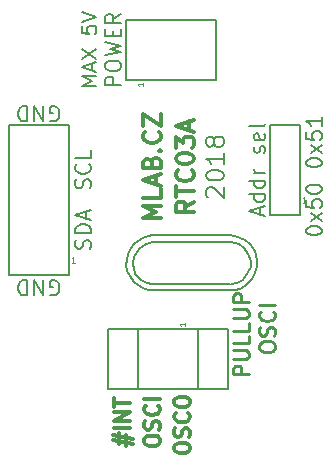
<source format=gbr>
G04 #@! TF.GenerationSoftware,KiCad,Pcbnew,(2017-02-05 revision 431abcf)-makepkg*
G04 #@! TF.CreationDate,2017-12-06T06:57:01+01:00*
G04 #@! TF.ProjectId,RTC03A,5254433033412E6B696361645F706362,REV*
G04 #@! TF.FileFunction,Legend,Top*
G04 #@! TF.FilePolarity,Positive*
%FSLAX46Y46*%
G04 Gerber Fmt 4.6, Leading zero omitted, Abs format (unit mm)*
G04 Created by KiCad (PCBNEW (2017-02-05 revision 431abcf)-makepkg) date 12/06/17 06:57:01*
%MOMM*%
%LPD*%
G01*
G04 APERTURE LIST*
%ADD10C,0.150000*%
%ADD11C,0.200000*%
%ADD12C,0.250000*%
%ADD13C,0.300000*%
%ADD14C,0.050000*%
G04 APERTURE END LIST*
D10*
D11*
X136940857Y-104628571D02*
X135740857Y-104628571D01*
X136598000Y-104228571D01*
X135740857Y-103828571D01*
X136940857Y-103828571D01*
X136598000Y-103314285D02*
X136598000Y-102742857D01*
X136940857Y-103428571D02*
X135740857Y-103028571D01*
X136940857Y-102628571D01*
X135740857Y-102342857D02*
X136940857Y-101542857D01*
X135740857Y-101542857D02*
X136940857Y-102342857D01*
X135740857Y-99600000D02*
X135740857Y-100171428D01*
X136312285Y-100228571D01*
X136255142Y-100171428D01*
X136198000Y-100057142D01*
X136198000Y-99771428D01*
X136255142Y-99657142D01*
X136312285Y-99600000D01*
X136426571Y-99542857D01*
X136712285Y-99542857D01*
X136826571Y-99600000D01*
X136883714Y-99657142D01*
X136940857Y-99771428D01*
X136940857Y-100057142D01*
X136883714Y-100171428D01*
X136826571Y-100228571D01*
X135740857Y-99200000D02*
X136940857Y-98800000D01*
X135740857Y-98400000D01*
X136416190Y-118418571D02*
X136478095Y-118232857D01*
X136478095Y-117923333D01*
X136416190Y-117799523D01*
X136354285Y-117737619D01*
X136230476Y-117675714D01*
X136106666Y-117675714D01*
X135982857Y-117737619D01*
X135920952Y-117799523D01*
X135859047Y-117923333D01*
X135797142Y-118170952D01*
X135735238Y-118294761D01*
X135673333Y-118356666D01*
X135549523Y-118418571D01*
X135425714Y-118418571D01*
X135301904Y-118356666D01*
X135240000Y-118294761D01*
X135178095Y-118170952D01*
X135178095Y-117861428D01*
X135240000Y-117675714D01*
X136478095Y-117118571D02*
X135178095Y-117118571D01*
X135178095Y-116809047D01*
X135240000Y-116623333D01*
X135363809Y-116499523D01*
X135487619Y-116437619D01*
X135735238Y-116375714D01*
X135920952Y-116375714D01*
X136168571Y-116437619D01*
X136292380Y-116499523D01*
X136416190Y-116623333D01*
X136478095Y-116809047D01*
X136478095Y-117118571D01*
X136106666Y-115880476D02*
X136106666Y-115261428D01*
X136478095Y-116004285D02*
X135178095Y-115570952D01*
X136478095Y-115137619D01*
X146387428Y-114077428D02*
X146316000Y-114006000D01*
X146244571Y-113863142D01*
X146244571Y-113506000D01*
X146316000Y-113363142D01*
X146387428Y-113291714D01*
X146530285Y-113220285D01*
X146673142Y-113220285D01*
X146887428Y-113291714D01*
X147744571Y-114148857D01*
X147744571Y-113220285D01*
X146244571Y-112291714D02*
X146244571Y-112148857D01*
X146316000Y-112006000D01*
X146387428Y-111934571D01*
X146530285Y-111863142D01*
X146816000Y-111791714D01*
X147173142Y-111791714D01*
X147458857Y-111863142D01*
X147601714Y-111934571D01*
X147673142Y-112006000D01*
X147744571Y-112148857D01*
X147744571Y-112291714D01*
X147673142Y-112434571D01*
X147601714Y-112506000D01*
X147458857Y-112577428D01*
X147173142Y-112648857D01*
X146816000Y-112648857D01*
X146530285Y-112577428D01*
X146387428Y-112506000D01*
X146316000Y-112434571D01*
X146244571Y-112291714D01*
X147744571Y-110363142D02*
X147744571Y-111220285D01*
X147744571Y-110791714D02*
X146244571Y-110791714D01*
X146458857Y-110934571D01*
X146601714Y-111077428D01*
X146673142Y-111220285D01*
X146887428Y-109506000D02*
X146816000Y-109648857D01*
X146744571Y-109720285D01*
X146601714Y-109791714D01*
X146530285Y-109791714D01*
X146387428Y-109720285D01*
X146316000Y-109648857D01*
X146244571Y-109506000D01*
X146244571Y-109220285D01*
X146316000Y-109077428D01*
X146387428Y-109006000D01*
X146530285Y-108934571D01*
X146601714Y-108934571D01*
X146744571Y-109006000D01*
X146816000Y-109077428D01*
X146887428Y-109220285D01*
X146887428Y-109506000D01*
X146958857Y-109648857D01*
X147030285Y-109720285D01*
X147173142Y-109791714D01*
X147458857Y-109791714D01*
X147601714Y-109720285D01*
X147673142Y-109648857D01*
X147744571Y-109506000D01*
X147744571Y-109220285D01*
X147673142Y-109077428D01*
X147601714Y-109006000D01*
X147458857Y-108934571D01*
X147173142Y-108934571D01*
X147030285Y-109006000D01*
X146958857Y-109077428D01*
X146887428Y-109220285D01*
D12*
X149856095Y-129067976D02*
X148556095Y-129067976D01*
X148556095Y-128572738D01*
X148618000Y-128448928D01*
X148679904Y-128387023D01*
X148803714Y-128325119D01*
X148989428Y-128325119D01*
X149113238Y-128387023D01*
X149175142Y-128448928D01*
X149237047Y-128572738D01*
X149237047Y-129067976D01*
X148556095Y-127767976D02*
X149608476Y-127767976D01*
X149732285Y-127706071D01*
X149794190Y-127644166D01*
X149856095Y-127520357D01*
X149856095Y-127272738D01*
X149794190Y-127148928D01*
X149732285Y-127087023D01*
X149608476Y-127025119D01*
X148556095Y-127025119D01*
X149856095Y-125787023D02*
X149856095Y-126406071D01*
X148556095Y-126406071D01*
X149856095Y-124734642D02*
X149856095Y-125353690D01*
X148556095Y-125353690D01*
X148556095Y-124301309D02*
X149608476Y-124301309D01*
X149732285Y-124239404D01*
X149794190Y-124177500D01*
X149856095Y-124053690D01*
X149856095Y-123806071D01*
X149794190Y-123682261D01*
X149732285Y-123620357D01*
X149608476Y-123558452D01*
X148556095Y-123558452D01*
X149856095Y-122939404D02*
X148556095Y-122939404D01*
X148556095Y-122444166D01*
X148618000Y-122320357D01*
X148679904Y-122258452D01*
X148803714Y-122196547D01*
X148989428Y-122196547D01*
X149113238Y-122258452D01*
X149175142Y-122320357D01*
X149237047Y-122444166D01*
X149237047Y-122939404D01*
X150756095Y-126839404D02*
X150756095Y-126591785D01*
X150818000Y-126467976D01*
X150941809Y-126344166D01*
X151189428Y-126282261D01*
X151622761Y-126282261D01*
X151870380Y-126344166D01*
X151994190Y-126467976D01*
X152056095Y-126591785D01*
X152056095Y-126839404D01*
X151994190Y-126963214D01*
X151870380Y-127087023D01*
X151622761Y-127148928D01*
X151189428Y-127148928D01*
X150941809Y-127087023D01*
X150818000Y-126963214D01*
X150756095Y-126839404D01*
X151994190Y-125787023D02*
X152056095Y-125601309D01*
X152056095Y-125291785D01*
X151994190Y-125167976D01*
X151932285Y-125106071D01*
X151808476Y-125044166D01*
X151684666Y-125044166D01*
X151560857Y-125106071D01*
X151498952Y-125167976D01*
X151437047Y-125291785D01*
X151375142Y-125539404D01*
X151313238Y-125663214D01*
X151251333Y-125725119D01*
X151127523Y-125787023D01*
X151003714Y-125787023D01*
X150879904Y-125725119D01*
X150818000Y-125663214D01*
X150756095Y-125539404D01*
X150756095Y-125229880D01*
X150818000Y-125044166D01*
X151932285Y-123744166D02*
X151994190Y-123806071D01*
X152056095Y-123991785D01*
X152056095Y-124115595D01*
X151994190Y-124301309D01*
X151870380Y-124425119D01*
X151746571Y-124487023D01*
X151498952Y-124548928D01*
X151313238Y-124548928D01*
X151065619Y-124487023D01*
X150941809Y-124425119D01*
X150818000Y-124301309D01*
X150756095Y-124115595D01*
X150756095Y-123991785D01*
X150818000Y-123806071D01*
X150879904Y-123744166D01*
X152056095Y-123187023D02*
X150756095Y-123187023D01*
D13*
X145204571Y-114434571D02*
X144490285Y-114934571D01*
X145204571Y-115291714D02*
X143704571Y-115291714D01*
X143704571Y-114720285D01*
X143776000Y-114577428D01*
X143847428Y-114506000D01*
X143990285Y-114434571D01*
X144204571Y-114434571D01*
X144347428Y-114506000D01*
X144418857Y-114577428D01*
X144490285Y-114720285D01*
X144490285Y-115291714D01*
X143704571Y-114006000D02*
X143704571Y-113148857D01*
X145204571Y-113577428D02*
X143704571Y-113577428D01*
X145061714Y-111791714D02*
X145133142Y-111863142D01*
X145204571Y-112077428D01*
X145204571Y-112220285D01*
X145133142Y-112434571D01*
X144990285Y-112577428D01*
X144847428Y-112648857D01*
X144561714Y-112720285D01*
X144347428Y-112720285D01*
X144061714Y-112648857D01*
X143918857Y-112577428D01*
X143776000Y-112434571D01*
X143704571Y-112220285D01*
X143704571Y-112077428D01*
X143776000Y-111863142D01*
X143847428Y-111791714D01*
X143704571Y-110863142D02*
X143704571Y-110720285D01*
X143776000Y-110577428D01*
X143847428Y-110506000D01*
X143990285Y-110434571D01*
X144276000Y-110363142D01*
X144633142Y-110363142D01*
X144918857Y-110434571D01*
X145061714Y-110506000D01*
X145133142Y-110577428D01*
X145204571Y-110720285D01*
X145204571Y-110863142D01*
X145133142Y-111006000D01*
X145061714Y-111077428D01*
X144918857Y-111148857D01*
X144633142Y-111220285D01*
X144276000Y-111220285D01*
X143990285Y-111148857D01*
X143847428Y-111077428D01*
X143776000Y-111006000D01*
X143704571Y-110863142D01*
X143704571Y-109863142D02*
X143704571Y-108934571D01*
X144276000Y-109434571D01*
X144276000Y-109220285D01*
X144347428Y-109077428D01*
X144418857Y-109006000D01*
X144561714Y-108934571D01*
X144918857Y-108934571D01*
X145061714Y-109006000D01*
X145133142Y-109077428D01*
X145204571Y-109220285D01*
X145204571Y-109648857D01*
X145133142Y-109791714D01*
X145061714Y-109863142D01*
X144776000Y-108363142D02*
X144776000Y-107648857D01*
X145204571Y-108506000D02*
X143704571Y-108006000D01*
X145204571Y-107506000D01*
X142410571Y-115827428D02*
X140910571Y-115827428D01*
X141982000Y-115327428D01*
X140910571Y-114827428D01*
X142410571Y-114827428D01*
X142410571Y-113398857D02*
X142410571Y-114113142D01*
X140910571Y-114113142D01*
X141982000Y-112970285D02*
X141982000Y-112256000D01*
X142410571Y-113113142D02*
X140910571Y-112613142D01*
X142410571Y-112113142D01*
X141624857Y-111113142D02*
X141696285Y-110898857D01*
X141767714Y-110827428D01*
X141910571Y-110756000D01*
X142124857Y-110756000D01*
X142267714Y-110827428D01*
X142339142Y-110898857D01*
X142410571Y-111041714D01*
X142410571Y-111613142D01*
X140910571Y-111613142D01*
X140910571Y-111113142D01*
X140982000Y-110970285D01*
X141053428Y-110898857D01*
X141196285Y-110827428D01*
X141339142Y-110827428D01*
X141482000Y-110898857D01*
X141553428Y-110970285D01*
X141624857Y-111113142D01*
X141624857Y-111613142D01*
X142267714Y-110113142D02*
X142339142Y-110041714D01*
X142410571Y-110113142D01*
X142339142Y-110184571D01*
X142267714Y-110113142D01*
X142410571Y-110113142D01*
X142267714Y-108541714D02*
X142339142Y-108613142D01*
X142410571Y-108827428D01*
X142410571Y-108970285D01*
X142339142Y-109184571D01*
X142196285Y-109327428D01*
X142053428Y-109398857D01*
X141767714Y-109470285D01*
X141553428Y-109470285D01*
X141267714Y-109398857D01*
X141124857Y-109327428D01*
X140982000Y-109184571D01*
X140910571Y-108970285D01*
X140910571Y-108827428D01*
X140982000Y-108613142D01*
X141053428Y-108541714D01*
X140910571Y-108041714D02*
X140910571Y-107041714D01*
X142410571Y-108041714D01*
X142410571Y-107041714D01*
D11*
X136416190Y-113307619D02*
X136478095Y-113121904D01*
X136478095Y-112812380D01*
X136416190Y-112688571D01*
X136354285Y-112626666D01*
X136230476Y-112564761D01*
X136106666Y-112564761D01*
X135982857Y-112626666D01*
X135920952Y-112688571D01*
X135859047Y-112812380D01*
X135797142Y-113060000D01*
X135735238Y-113183809D01*
X135673333Y-113245714D01*
X135549523Y-113307619D01*
X135425714Y-113307619D01*
X135301904Y-113245714D01*
X135240000Y-113183809D01*
X135178095Y-113060000D01*
X135178095Y-112750476D01*
X135240000Y-112564761D01*
X136354285Y-111264761D02*
X136416190Y-111326666D01*
X136478095Y-111512380D01*
X136478095Y-111636190D01*
X136416190Y-111821904D01*
X136292380Y-111945714D01*
X136168571Y-112007619D01*
X135920952Y-112069523D01*
X135735238Y-112069523D01*
X135487619Y-112007619D01*
X135363809Y-111945714D01*
X135240000Y-111821904D01*
X135178095Y-111636190D01*
X135178095Y-111512380D01*
X135240000Y-111326666D01*
X135301904Y-111264761D01*
X136478095Y-110088571D02*
X136478095Y-110707619D01*
X135178095Y-110707619D01*
D13*
X143560095Y-135423809D02*
X143560095Y-135176190D01*
X143622000Y-135052380D01*
X143745809Y-134928571D01*
X143993428Y-134866666D01*
X144426761Y-134866666D01*
X144674380Y-134928571D01*
X144798190Y-135052380D01*
X144860095Y-135176190D01*
X144860095Y-135423809D01*
X144798190Y-135547619D01*
X144674380Y-135671428D01*
X144426761Y-135733333D01*
X143993428Y-135733333D01*
X143745809Y-135671428D01*
X143622000Y-135547619D01*
X143560095Y-135423809D01*
X144798190Y-134371428D02*
X144860095Y-134185714D01*
X144860095Y-133876190D01*
X144798190Y-133752380D01*
X144736285Y-133690476D01*
X144612476Y-133628571D01*
X144488666Y-133628571D01*
X144364857Y-133690476D01*
X144302952Y-133752380D01*
X144241047Y-133876190D01*
X144179142Y-134123809D01*
X144117238Y-134247619D01*
X144055333Y-134309523D01*
X143931523Y-134371428D01*
X143807714Y-134371428D01*
X143683904Y-134309523D01*
X143622000Y-134247619D01*
X143560095Y-134123809D01*
X143560095Y-133814285D01*
X143622000Y-133628571D01*
X144736285Y-132328571D02*
X144798190Y-132390476D01*
X144860095Y-132576190D01*
X144860095Y-132700000D01*
X144798190Y-132885714D01*
X144674380Y-133009523D01*
X144550571Y-133071428D01*
X144302952Y-133133333D01*
X144117238Y-133133333D01*
X143869619Y-133071428D01*
X143745809Y-133009523D01*
X143622000Y-132885714D01*
X143560095Y-132700000D01*
X143560095Y-132576190D01*
X143622000Y-132390476D01*
X143683904Y-132328571D01*
X143560095Y-131523809D02*
X143560095Y-131276190D01*
X143622000Y-131152380D01*
X143745809Y-131028571D01*
X143993428Y-130966666D01*
X144426761Y-130966666D01*
X144674380Y-131028571D01*
X144798190Y-131152380D01*
X144860095Y-131276190D01*
X144860095Y-131523809D01*
X144798190Y-131647619D01*
X144674380Y-131771428D01*
X144426761Y-131833333D01*
X143993428Y-131833333D01*
X143745809Y-131771428D01*
X143622000Y-131647619D01*
X143560095Y-131523809D01*
X141020095Y-134798380D02*
X141020095Y-134550761D01*
X141082000Y-134426952D01*
X141205809Y-134303142D01*
X141453428Y-134241238D01*
X141886761Y-134241238D01*
X142134380Y-134303142D01*
X142258190Y-134426952D01*
X142320095Y-134550761D01*
X142320095Y-134798380D01*
X142258190Y-134922190D01*
X142134380Y-135046000D01*
X141886761Y-135107904D01*
X141453428Y-135107904D01*
X141205809Y-135046000D01*
X141082000Y-134922190D01*
X141020095Y-134798380D01*
X142258190Y-133746000D02*
X142320095Y-133560285D01*
X142320095Y-133250761D01*
X142258190Y-133126952D01*
X142196285Y-133065047D01*
X142072476Y-133003142D01*
X141948666Y-133003142D01*
X141824857Y-133065047D01*
X141762952Y-133126952D01*
X141701047Y-133250761D01*
X141639142Y-133498380D01*
X141577238Y-133622190D01*
X141515333Y-133684095D01*
X141391523Y-133746000D01*
X141267714Y-133746000D01*
X141143904Y-133684095D01*
X141082000Y-133622190D01*
X141020095Y-133498380D01*
X141020095Y-133188857D01*
X141082000Y-133003142D01*
X142196285Y-131703142D02*
X142258190Y-131765047D01*
X142320095Y-131950761D01*
X142320095Y-132074571D01*
X142258190Y-132260285D01*
X142134380Y-132384095D01*
X142010571Y-132446000D01*
X141762952Y-132507904D01*
X141577238Y-132507904D01*
X141329619Y-132446000D01*
X141205809Y-132384095D01*
X141082000Y-132260285D01*
X141020095Y-132074571D01*
X141020095Y-131950761D01*
X141082000Y-131765047D01*
X141143904Y-131703142D01*
X142320095Y-131146000D02*
X141020095Y-131146000D01*
X138913428Y-134984095D02*
X138913428Y-134055523D01*
X138356285Y-134612666D02*
X140027714Y-134984095D01*
X139470571Y-134179333D02*
X139470571Y-135107904D01*
X140027714Y-134550761D02*
X138356285Y-134179333D01*
X139780095Y-133622190D02*
X138480095Y-133622190D01*
X139780095Y-133003142D02*
X138480095Y-133003142D01*
X139780095Y-132260285D01*
X138480095Y-132260285D01*
X138480095Y-131826952D02*
X138480095Y-131084095D01*
X139780095Y-131455523D02*
X138480095Y-131455523D01*
D11*
X154736095Y-116972761D02*
X154736095Y-116848952D01*
X154798000Y-116725142D01*
X154859904Y-116663238D01*
X154983714Y-116601333D01*
X155231333Y-116539428D01*
X155540857Y-116539428D01*
X155788476Y-116601333D01*
X155912285Y-116663238D01*
X155974190Y-116725142D01*
X156036095Y-116848952D01*
X156036095Y-116972761D01*
X155974190Y-117096571D01*
X155912285Y-117158476D01*
X155788476Y-117220380D01*
X155540857Y-117282285D01*
X155231333Y-117282285D01*
X154983714Y-117220380D01*
X154859904Y-117158476D01*
X154798000Y-117096571D01*
X154736095Y-116972761D01*
X156036095Y-116106095D02*
X155169428Y-115425142D01*
X155169428Y-116106095D02*
X156036095Y-115425142D01*
X154736095Y-114310857D02*
X154736095Y-114929904D01*
X155355142Y-114991809D01*
X155293238Y-114929904D01*
X155231333Y-114806095D01*
X155231333Y-114496571D01*
X155293238Y-114372761D01*
X155355142Y-114310857D01*
X155478952Y-114248952D01*
X155788476Y-114248952D01*
X155912285Y-114310857D01*
X155974190Y-114372761D01*
X156036095Y-114496571D01*
X156036095Y-114806095D01*
X155974190Y-114929904D01*
X155912285Y-114991809D01*
X154736095Y-113444190D02*
X154736095Y-113320380D01*
X154798000Y-113196571D01*
X154859904Y-113134666D01*
X154983714Y-113072761D01*
X155231333Y-113010857D01*
X155540857Y-113010857D01*
X155788476Y-113072761D01*
X155912285Y-113134666D01*
X155974190Y-113196571D01*
X156036095Y-113320380D01*
X156036095Y-113444190D01*
X155974190Y-113568000D01*
X155912285Y-113629904D01*
X155788476Y-113691809D01*
X155540857Y-113753714D01*
X155231333Y-113753714D01*
X154983714Y-113691809D01*
X154859904Y-113629904D01*
X154798000Y-113568000D01*
X154736095Y-113444190D01*
X154736095Y-111215619D02*
X154736095Y-111091809D01*
X154798000Y-110968000D01*
X154859904Y-110906095D01*
X154983714Y-110844190D01*
X155231333Y-110782285D01*
X155540857Y-110782285D01*
X155788476Y-110844190D01*
X155912285Y-110906095D01*
X155974190Y-110968000D01*
X156036095Y-111091809D01*
X156036095Y-111215619D01*
X155974190Y-111339428D01*
X155912285Y-111401333D01*
X155788476Y-111463238D01*
X155540857Y-111525142D01*
X155231333Y-111525142D01*
X154983714Y-111463238D01*
X154859904Y-111401333D01*
X154798000Y-111339428D01*
X154736095Y-111215619D01*
X156036095Y-110348952D02*
X155169428Y-109668000D01*
X155169428Y-110348952D02*
X156036095Y-109668000D01*
X154736095Y-108553714D02*
X154736095Y-109172761D01*
X155355142Y-109234666D01*
X155293238Y-109172761D01*
X155231333Y-109048952D01*
X155231333Y-108739428D01*
X155293238Y-108615619D01*
X155355142Y-108553714D01*
X155478952Y-108491809D01*
X155788476Y-108491809D01*
X155912285Y-108553714D01*
X155974190Y-108615619D01*
X156036095Y-108739428D01*
X156036095Y-109048952D01*
X155974190Y-109172761D01*
X155912285Y-109234666D01*
X156036095Y-107253714D02*
X156036095Y-107996571D01*
X156036095Y-107625142D02*
X154736095Y-107625142D01*
X154921809Y-107748952D01*
X155045619Y-107872761D01*
X155107523Y-107996571D01*
X150838666Y-115567142D02*
X150838666Y-114948095D01*
X151210095Y-115690952D02*
X149910095Y-115257619D01*
X151210095Y-114824285D01*
X151210095Y-113833809D02*
X149910095Y-113833809D01*
X151148190Y-113833809D02*
X151210095Y-113957619D01*
X151210095Y-114205238D01*
X151148190Y-114329047D01*
X151086285Y-114390952D01*
X150962476Y-114452857D01*
X150591047Y-114452857D01*
X150467238Y-114390952D01*
X150405333Y-114329047D01*
X150343428Y-114205238D01*
X150343428Y-113957619D01*
X150405333Y-113833809D01*
X151210095Y-112657619D02*
X149910095Y-112657619D01*
X151148190Y-112657619D02*
X151210095Y-112781428D01*
X151210095Y-113029047D01*
X151148190Y-113152857D01*
X151086285Y-113214761D01*
X150962476Y-113276666D01*
X150591047Y-113276666D01*
X150467238Y-113214761D01*
X150405333Y-113152857D01*
X150343428Y-113029047D01*
X150343428Y-112781428D01*
X150405333Y-112657619D01*
X151210095Y-112038571D02*
X150343428Y-112038571D01*
X150591047Y-112038571D02*
X150467238Y-111976666D01*
X150405333Y-111914761D01*
X150343428Y-111790952D01*
X150343428Y-111667142D01*
X151148190Y-110305238D02*
X151210095Y-110181428D01*
X151210095Y-109933809D01*
X151148190Y-109810000D01*
X151024380Y-109748095D01*
X150962476Y-109748095D01*
X150838666Y-109810000D01*
X150776761Y-109933809D01*
X150776761Y-110119523D01*
X150714857Y-110243333D01*
X150591047Y-110305238D01*
X150529142Y-110305238D01*
X150405333Y-110243333D01*
X150343428Y-110119523D01*
X150343428Y-109933809D01*
X150405333Y-109810000D01*
X151148190Y-108695714D02*
X151210095Y-108819523D01*
X151210095Y-109067142D01*
X151148190Y-109190952D01*
X151024380Y-109252857D01*
X150529142Y-109252857D01*
X150405333Y-109190952D01*
X150343428Y-109067142D01*
X150343428Y-108819523D01*
X150405333Y-108695714D01*
X150529142Y-108633809D01*
X150652952Y-108633809D01*
X150776761Y-109252857D01*
X151210095Y-107890952D02*
X151148190Y-108014761D01*
X151024380Y-108076666D01*
X149910095Y-108076666D01*
X139018095Y-104602380D02*
X137718095Y-104602380D01*
X137718095Y-104107142D01*
X137780000Y-103983333D01*
X137841904Y-103921428D01*
X137965714Y-103859523D01*
X138151428Y-103859523D01*
X138275238Y-103921428D01*
X138337142Y-103983333D01*
X138399047Y-104107142D01*
X138399047Y-104602380D01*
X137718095Y-103054761D02*
X137718095Y-102807142D01*
X137780000Y-102683333D01*
X137903809Y-102559523D01*
X138151428Y-102497619D01*
X138584761Y-102497619D01*
X138832380Y-102559523D01*
X138956190Y-102683333D01*
X139018095Y-102807142D01*
X139018095Y-103054761D01*
X138956190Y-103178571D01*
X138832380Y-103302380D01*
X138584761Y-103364285D01*
X138151428Y-103364285D01*
X137903809Y-103302380D01*
X137780000Y-103178571D01*
X137718095Y-103054761D01*
X137718095Y-102064285D02*
X139018095Y-101754761D01*
X138089523Y-101507142D01*
X139018095Y-101259523D01*
X137718095Y-100950000D01*
X138337142Y-100454761D02*
X138337142Y-100021428D01*
X139018095Y-99835714D02*
X139018095Y-100454761D01*
X137718095Y-100454761D01*
X137718095Y-99835714D01*
X139018095Y-98535714D02*
X138399047Y-98969047D01*
X139018095Y-99278571D02*
X137718095Y-99278571D01*
X137718095Y-98783333D01*
X137780000Y-98659523D01*
X137841904Y-98597619D01*
X137965714Y-98535714D01*
X138151428Y-98535714D01*
X138275238Y-98597619D01*
X138337142Y-98659523D01*
X138399047Y-98783333D01*
X138399047Y-99278571D01*
X133070476Y-122316000D02*
X133194285Y-122377904D01*
X133380000Y-122377904D01*
X133565714Y-122316000D01*
X133689523Y-122192190D01*
X133751428Y-122068380D01*
X133813333Y-121820761D01*
X133813333Y-121635047D01*
X133751428Y-121387428D01*
X133689523Y-121263619D01*
X133565714Y-121139809D01*
X133380000Y-121077904D01*
X133256190Y-121077904D01*
X133070476Y-121139809D01*
X133008571Y-121201714D01*
X133008571Y-121635047D01*
X133256190Y-121635047D01*
X132451428Y-121077904D02*
X132451428Y-122377904D01*
X131708571Y-121077904D01*
X131708571Y-122377904D01*
X131089523Y-121077904D02*
X131089523Y-122377904D01*
X130780000Y-122377904D01*
X130594285Y-122316000D01*
X130470476Y-122192190D01*
X130408571Y-122068380D01*
X130346666Y-121820761D01*
X130346666Y-121635047D01*
X130408571Y-121387428D01*
X130470476Y-121263619D01*
X130594285Y-121139809D01*
X130780000Y-121077904D01*
X131089523Y-121077904D01*
X133070476Y-107584000D02*
X133194285Y-107645904D01*
X133380000Y-107645904D01*
X133565714Y-107584000D01*
X133689523Y-107460190D01*
X133751428Y-107336380D01*
X133813333Y-107088761D01*
X133813333Y-106903047D01*
X133751428Y-106655428D01*
X133689523Y-106531619D01*
X133565714Y-106407809D01*
X133380000Y-106345904D01*
X133256190Y-106345904D01*
X133070476Y-106407809D01*
X133008571Y-106469714D01*
X133008571Y-106903047D01*
X133256190Y-106903047D01*
X132451428Y-106345904D02*
X132451428Y-107645904D01*
X131708571Y-106345904D01*
X131708571Y-107645904D01*
X131089523Y-106345904D02*
X131089523Y-107645904D01*
X130780000Y-107645904D01*
X130594285Y-107584000D01*
X130470476Y-107460190D01*
X130408571Y-107336380D01*
X130346666Y-107088761D01*
X130346666Y-106903047D01*
X130408571Y-106655428D01*
X130470476Y-106531619D01*
X130594285Y-106407809D01*
X130780000Y-106345904D01*
X131089523Y-106345904D01*
D10*
X148234400Y-121963180D02*
X141782800Y-121963180D01*
X141363700Y-117342920D02*
X140873480Y-117513100D01*
X141782800Y-117304820D02*
X141363700Y-117342920D01*
X148234400Y-117304820D02*
X141782800Y-117304820D01*
X141302740Y-121894600D02*
X141744700Y-121963180D01*
X140873480Y-121754900D02*
X141302740Y-121894600D01*
X140484860Y-121523760D02*
X140873480Y-121754900D01*
X140134340Y-121203720D02*
X140484860Y-121523760D01*
X139773660Y-120733820D02*
X140134340Y-121203720D01*
X139583160Y-120284240D02*
X139773660Y-120733820D01*
X139494260Y-119824500D02*
X139583160Y-120284240D01*
X139514580Y-119364760D02*
X139494260Y-119824500D01*
X139623800Y-118894860D02*
X139514580Y-119364760D01*
X139923520Y-118343680D02*
X139623800Y-118894860D01*
X140174980Y-118013480D02*
X139923520Y-118343680D01*
X140495020Y-117734080D02*
X140174980Y-118013480D01*
X140873480Y-117513100D02*
X140495020Y-117734080D01*
X148653500Y-117325140D02*
X148214080Y-117294660D01*
X149103080Y-117485160D02*
X148653500Y-117325140D01*
X149524720Y-117693440D02*
X149103080Y-117485160D01*
X149984460Y-118064280D02*
X149524720Y-117693440D01*
X150383240Y-118653560D02*
X149984460Y-118064280D01*
X150553420Y-119354600D02*
X150383240Y-118653560D01*
X150553420Y-119865140D02*
X150553420Y-119354600D01*
X150423880Y-120464580D02*
X150553420Y-119865140D01*
X150134320Y-121003060D02*
X150423880Y-120464580D01*
X149804120Y-121353580D02*
X150134320Y-121003060D01*
X149514560Y-121584720D02*
X149804120Y-121353580D01*
X149082760Y-121803160D02*
X149514560Y-121584720D01*
X148683980Y-121914920D02*
X149082760Y-121803160D01*
X148224240Y-121963180D02*
X148683980Y-121914920D01*
X140733780Y-121033540D02*
X140233400Y-120533160D01*
X141234160Y-121333260D02*
X140733780Y-121033540D01*
X141632940Y-121434860D02*
X141234160Y-121333260D01*
X148234400Y-121434860D02*
X141632940Y-121434860D01*
X148833840Y-121333260D02*
X148333460Y-121434860D01*
X149334220Y-121033540D02*
X148833840Y-121333260D01*
X149834600Y-120434100D02*
X149334220Y-121033540D01*
X150035260Y-119933720D02*
X149834600Y-120434100D01*
X150035260Y-119433340D02*
X150035260Y-119933720D01*
X149834600Y-118833900D02*
X150035260Y-119433340D01*
X149433280Y-118333520D02*
X149834600Y-118833900D01*
X149034500Y-118033800D02*
X149433280Y-118333520D01*
X148333460Y-117833140D02*
X149034500Y-118033800D01*
X141734540Y-117833140D02*
X148333460Y-117833140D01*
X141135100Y-118033800D02*
X141734540Y-117833140D01*
X140533120Y-118435120D02*
X141135100Y-118033800D01*
X140134340Y-119133620D02*
X140533120Y-118435120D01*
X140032740Y-119634000D02*
X140134340Y-119133620D01*
X140134340Y-120233440D02*
X140032740Y-119634000D01*
X140335000Y-120634760D02*
X140134340Y-120233440D01*
X145542000Y-125222000D02*
X145542000Y-130302000D01*
X145542000Y-130302000D02*
X140462000Y-130302000D01*
X140462000Y-130302000D02*
X140462000Y-125222000D01*
X140462000Y-125222000D02*
X145542000Y-125222000D01*
X137922000Y-130302000D02*
X137922000Y-125222000D01*
X137922000Y-125222000D02*
X140462000Y-125222000D01*
X140462000Y-125222000D02*
X140462000Y-130302000D01*
X140462000Y-130302000D02*
X137922000Y-130302000D01*
X134620000Y-120650000D02*
X129540000Y-120650000D01*
X129540000Y-120650000D02*
X129540000Y-107950000D01*
X129540000Y-107950000D02*
X134620000Y-107950000D01*
X134620000Y-107950000D02*
X134620000Y-120650000D01*
X139446000Y-104140000D02*
X139446000Y-99060000D01*
X139446000Y-99060000D02*
X147066000Y-99060000D01*
X147066000Y-99060000D02*
X147066000Y-104140000D01*
X147066000Y-104140000D02*
X139446000Y-104140000D01*
X154178000Y-115570000D02*
X151638000Y-115570000D01*
X151638000Y-115570000D02*
X151638000Y-107950000D01*
X151638000Y-107950000D02*
X154178000Y-107950000D01*
X154178000Y-107950000D02*
X154178000Y-115570000D01*
X145542000Y-125222000D02*
X148082000Y-125222000D01*
X148082000Y-125222000D02*
X148082000Y-130302000D01*
X148082000Y-130302000D02*
X145542000Y-130302000D01*
X145542000Y-130302000D02*
X145542000Y-125222000D01*
D14*
X144498190Y-124698142D02*
X144498190Y-124983857D01*
X144498190Y-124841000D02*
X143998190Y-124841000D01*
X144069619Y-124888619D01*
X144117238Y-124936238D01*
X144141047Y-124983857D01*
X135143857Y-119606190D02*
X134858142Y-119606190D01*
X135001000Y-119606190D02*
X135001000Y-119106190D01*
X134953380Y-119177619D01*
X134905761Y-119225238D01*
X134858142Y-119249047D01*
X140942190Y-104378142D02*
X140942190Y-104663857D01*
X140942190Y-104521000D02*
X140442190Y-104521000D01*
X140513619Y-104568619D01*
X140561238Y-104616238D01*
X140585047Y-104663857D01*
X154701857Y-114526190D02*
X154416142Y-114526190D01*
X154559000Y-114526190D02*
X154559000Y-114026190D01*
X154511380Y-114097619D01*
X154463761Y-114145238D01*
X154416142Y-114169047D01*
M02*

</source>
